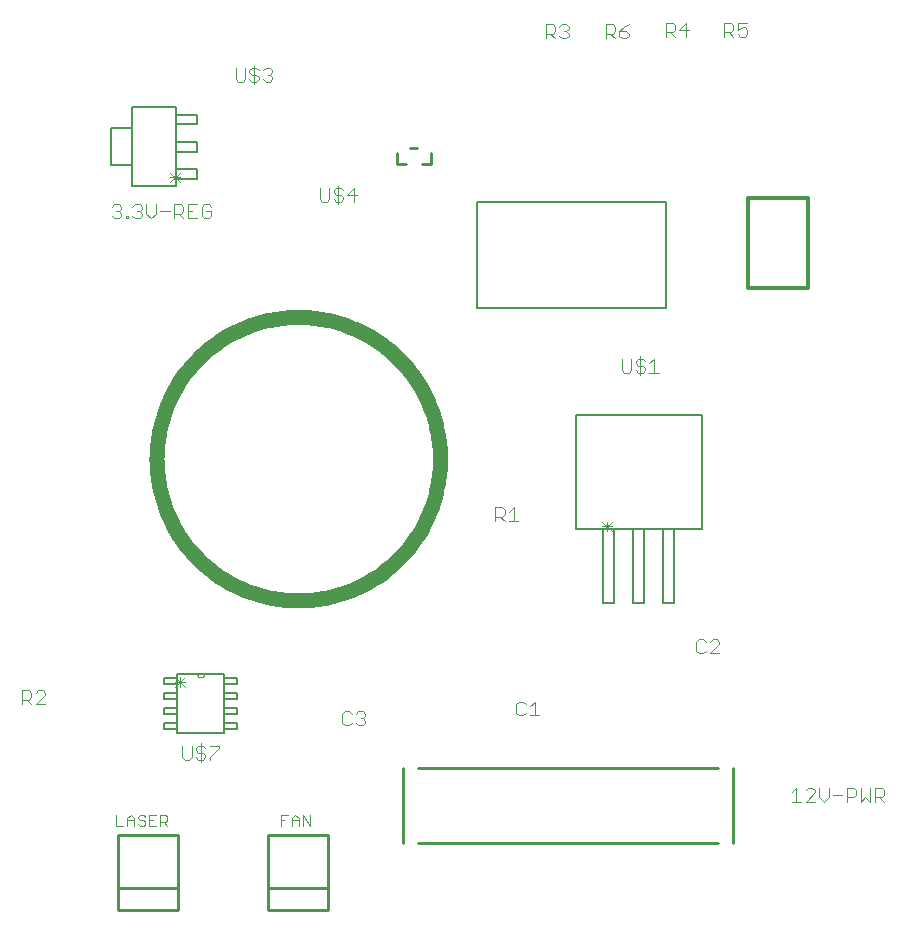
<source format=gto>
G75*
%MOIN*%
%OFA0B0*%
%FSLAX25Y25*%
%IPPOS*%
%LPD*%
%AMOC8*
5,1,8,0,0,1.08239X$1,22.5*
%
%ADD10C,0.00400*%
%ADD11C,0.01000*%
%ADD12C,0.00600*%
%ADD13C,0.00300*%
%ADD14C,0.05000*%
%ADD15C,0.00000*%
%ADD16C,0.01181*%
%ADD17C,0.00500*%
D10*
X0043084Y0031500D02*
X0045486Y0031500D01*
X0046767Y0031500D02*
X0046767Y0033902D01*
X0047968Y0035103D01*
X0049169Y0033902D01*
X0049169Y0031500D01*
X0050451Y0032101D02*
X0051051Y0031500D01*
X0052252Y0031500D01*
X0052853Y0032101D01*
X0052853Y0032701D01*
X0052252Y0033302D01*
X0051051Y0033302D01*
X0050451Y0033902D01*
X0050451Y0034503D01*
X0051051Y0035103D01*
X0052252Y0035103D01*
X0052853Y0034503D01*
X0054134Y0035103D02*
X0054134Y0031500D01*
X0056536Y0031500D01*
X0057817Y0031500D02*
X0057817Y0035103D01*
X0059618Y0035103D01*
X0060219Y0034503D01*
X0060219Y0033302D01*
X0059618Y0032701D01*
X0057817Y0032701D01*
X0059018Y0032701D02*
X0060219Y0031500D01*
X0056536Y0035103D02*
X0054134Y0035103D01*
X0054134Y0033302D02*
X0055335Y0033302D01*
X0049169Y0033302D02*
X0046767Y0033302D01*
X0043084Y0035103D02*
X0043084Y0031500D01*
X0019465Y0072000D02*
X0016396Y0072000D01*
X0019465Y0075069D01*
X0019465Y0075837D01*
X0018698Y0076604D01*
X0017163Y0076604D01*
X0016396Y0075837D01*
X0014861Y0075837D02*
X0014861Y0074302D01*
X0014094Y0073535D01*
X0011792Y0073535D01*
X0013327Y0073535D02*
X0014861Y0072000D01*
X0011792Y0072000D02*
X0011792Y0076604D01*
X0014094Y0076604D01*
X0014861Y0075837D01*
X0097951Y0035103D02*
X0097951Y0031500D01*
X0097951Y0033302D02*
X0099152Y0033302D01*
X0097951Y0035103D02*
X0100353Y0035103D01*
X0101634Y0033902D02*
X0101634Y0031500D01*
X0101634Y0033302D02*
X0104036Y0033302D01*
X0104036Y0033902D02*
X0104036Y0031500D01*
X0105317Y0031500D02*
X0105317Y0035103D01*
X0107719Y0031500D01*
X0107719Y0035103D01*
X0104036Y0033902D02*
X0102835Y0035103D01*
X0101634Y0033902D01*
X0119267Y0065000D02*
X0120802Y0065000D01*
X0121569Y0065767D01*
X0123104Y0065767D02*
X0123871Y0065000D01*
X0125406Y0065000D01*
X0126173Y0065767D01*
X0126173Y0066535D01*
X0125406Y0067302D01*
X0124639Y0067302D01*
X0125406Y0067302D02*
X0126173Y0068069D01*
X0126173Y0068837D01*
X0125406Y0069604D01*
X0123871Y0069604D01*
X0123104Y0068837D01*
X0121569Y0068837D02*
X0120802Y0069604D01*
X0119267Y0069604D01*
X0118500Y0068837D01*
X0118500Y0065767D01*
X0119267Y0065000D01*
X0176500Y0069017D02*
X0177267Y0068250D01*
X0178802Y0068250D01*
X0179569Y0069017D01*
X0181104Y0068250D02*
X0184173Y0068250D01*
X0182639Y0068250D02*
X0182639Y0072854D01*
X0181104Y0071319D01*
X0179569Y0072087D02*
X0178802Y0072854D01*
X0177267Y0072854D01*
X0176500Y0072087D01*
X0176500Y0069017D01*
X0236542Y0089767D02*
X0237309Y0089000D01*
X0238844Y0089000D01*
X0239611Y0089767D01*
X0241146Y0089000D02*
X0244215Y0092069D01*
X0244215Y0092837D01*
X0243448Y0093604D01*
X0241913Y0093604D01*
X0241146Y0092837D01*
X0239611Y0092837D02*
X0238844Y0093604D01*
X0237309Y0093604D01*
X0236542Y0092837D01*
X0236542Y0089767D01*
X0241146Y0089000D02*
X0244215Y0089000D01*
X0269850Y0044100D02*
X0269850Y0039496D01*
X0271384Y0039496D02*
X0268315Y0039496D01*
X0268315Y0042565D02*
X0269850Y0044100D01*
X0272919Y0043333D02*
X0273686Y0044100D01*
X0275221Y0044100D01*
X0275988Y0043333D01*
X0275988Y0042565D01*
X0272919Y0039496D01*
X0275988Y0039496D01*
X0277523Y0041031D02*
X0279057Y0039496D01*
X0280592Y0041031D01*
X0280592Y0044100D01*
X0282127Y0041798D02*
X0285196Y0041798D01*
X0286731Y0041031D02*
X0289033Y0041031D01*
X0289800Y0041798D01*
X0289800Y0043333D01*
X0289033Y0044100D01*
X0286731Y0044100D01*
X0286731Y0039496D01*
X0291335Y0039496D02*
X0292869Y0041031D01*
X0294404Y0039496D01*
X0294404Y0044100D01*
X0295939Y0044100D02*
X0298240Y0044100D01*
X0299008Y0043333D01*
X0299008Y0041798D01*
X0298240Y0041031D01*
X0295939Y0041031D01*
X0297473Y0041031D02*
X0299008Y0039496D01*
X0295939Y0039496D02*
X0295939Y0044100D01*
X0291335Y0044100D02*
X0291335Y0039496D01*
X0277523Y0041031D02*
X0277523Y0044100D01*
X0177173Y0133000D02*
X0174104Y0133000D01*
X0175639Y0133000D02*
X0175639Y0137604D01*
X0174104Y0136069D01*
X0172569Y0135302D02*
X0172569Y0136837D01*
X0171802Y0137604D01*
X0169500Y0137604D01*
X0169500Y0133000D01*
X0169500Y0134535D02*
X0171802Y0134535D01*
X0172569Y0135302D01*
X0171035Y0134535D02*
X0172569Y0133000D01*
X0122510Y0239500D02*
X0122510Y0244104D01*
X0120208Y0241802D01*
X0123277Y0241802D01*
X0118673Y0241035D02*
X0117906Y0241802D01*
X0116371Y0241802D01*
X0115604Y0242569D01*
X0115604Y0243337D01*
X0116371Y0244104D01*
X0117906Y0244104D01*
X0118673Y0243337D01*
X0117139Y0244871D02*
X0117139Y0238733D01*
X0117906Y0239500D02*
X0118673Y0240267D01*
X0118673Y0241035D01*
X0117906Y0239500D02*
X0116371Y0239500D01*
X0115604Y0240267D01*
X0114069Y0240267D02*
X0114069Y0244104D01*
X0111000Y0244104D02*
X0111000Y0240267D01*
X0111767Y0239500D01*
X0113302Y0239500D01*
X0114069Y0240267D01*
X0094448Y0279500D02*
X0092913Y0279500D01*
X0092146Y0280267D01*
X0090611Y0280267D02*
X0090611Y0281035D01*
X0089844Y0281802D01*
X0088309Y0281802D01*
X0087542Y0282569D01*
X0087542Y0283337D01*
X0088309Y0284104D01*
X0089844Y0284104D01*
X0090611Y0283337D01*
X0092146Y0283337D02*
X0092913Y0284104D01*
X0094448Y0284104D01*
X0095215Y0283337D01*
X0095215Y0282569D01*
X0094448Y0281802D01*
X0095215Y0281035D01*
X0095215Y0280267D01*
X0094448Y0279500D01*
X0094448Y0281802D02*
X0093681Y0281802D01*
X0090611Y0280267D02*
X0089844Y0279500D01*
X0088309Y0279500D01*
X0087542Y0280267D01*
X0086007Y0280267D02*
X0085240Y0279500D01*
X0083706Y0279500D01*
X0082938Y0280267D01*
X0082938Y0284104D01*
X0086007Y0284104D02*
X0086007Y0280267D01*
X0089077Y0278733D02*
X0089077Y0284871D01*
X0186292Y0294000D02*
X0186292Y0298604D01*
X0188594Y0298604D01*
X0189361Y0297837D01*
X0189361Y0296302D01*
X0188594Y0295535D01*
X0186292Y0295535D01*
X0187827Y0295535D02*
X0189361Y0294000D01*
X0190896Y0294767D02*
X0191663Y0294000D01*
X0193198Y0294000D01*
X0193965Y0294767D01*
X0193965Y0295535D01*
X0193198Y0296302D01*
X0192431Y0296302D01*
X0193198Y0296302D02*
X0193965Y0297069D01*
X0193965Y0297837D01*
X0193198Y0298604D01*
X0191663Y0298604D01*
X0190896Y0297837D01*
X0206292Y0298604D02*
X0206292Y0294000D01*
X0206292Y0295535D02*
X0208594Y0295535D01*
X0209361Y0296302D01*
X0209361Y0297837D01*
X0208594Y0298604D01*
X0206292Y0298604D01*
X0207827Y0295535D02*
X0209361Y0294000D01*
X0210896Y0294767D02*
X0211663Y0294000D01*
X0213198Y0294000D01*
X0213965Y0294767D01*
X0213965Y0295535D01*
X0213198Y0296302D01*
X0210896Y0296302D01*
X0210896Y0294767D01*
X0210896Y0296302D02*
X0212431Y0297837D01*
X0213965Y0298604D01*
X0226292Y0299104D02*
X0226292Y0294500D01*
X0226292Y0296035D02*
X0228594Y0296035D01*
X0229361Y0296802D01*
X0229361Y0298337D01*
X0228594Y0299104D01*
X0226292Y0299104D01*
X0227827Y0296035D02*
X0229361Y0294500D01*
X0230896Y0296802D02*
X0233965Y0296802D01*
X0233198Y0294500D02*
X0233198Y0299104D01*
X0230896Y0296802D01*
X0245792Y0296035D02*
X0248094Y0296035D01*
X0248861Y0296802D01*
X0248861Y0298337D01*
X0248094Y0299104D01*
X0245792Y0299104D01*
X0245792Y0294500D01*
X0247327Y0296035D02*
X0248861Y0294500D01*
X0250396Y0295267D02*
X0251163Y0294500D01*
X0252698Y0294500D01*
X0253465Y0295267D01*
X0253465Y0296802D01*
X0252698Y0297569D01*
X0251931Y0297569D01*
X0250396Y0296802D01*
X0250396Y0299104D01*
X0253465Y0299104D01*
D11*
X0043800Y0010800D02*
X0043800Y0003300D01*
X0063800Y0003300D01*
X0063800Y0010800D01*
X0043800Y0010800D01*
X0043800Y0028300D01*
X0063800Y0028300D01*
X0063800Y0010800D01*
X0093800Y0010800D02*
X0093800Y0003300D01*
X0113800Y0003300D01*
X0113800Y0010800D01*
X0093800Y0010800D01*
X0093800Y0028300D01*
X0113800Y0028300D01*
X0113800Y0010800D01*
X0138800Y0025800D02*
X0138800Y0050800D01*
X0143800Y0050800D02*
X0243800Y0050800D01*
X0248800Y0050800D02*
X0248800Y0025800D01*
X0243800Y0025800D02*
X0143800Y0025800D01*
X0144900Y0252200D02*
X0147900Y0252200D01*
X0147900Y0255800D01*
X0143500Y0257400D02*
X0141100Y0257400D01*
X0136700Y0255800D02*
X0136700Y0252200D01*
X0139700Y0252200D01*
D12*
X0070200Y0250300D02*
X0070200Y0247200D01*
X0063100Y0247200D01*
X0063100Y0250300D01*
X0070200Y0250300D01*
X0070200Y0256200D02*
X0063100Y0256200D01*
X0063100Y0259300D01*
X0070200Y0259300D01*
X0070200Y0256200D01*
X0070200Y0265300D02*
X0063100Y0265300D01*
X0063100Y0268400D01*
X0070200Y0268400D01*
X0070200Y0265300D01*
X0063100Y0271000D02*
X0063100Y0244600D01*
X0048500Y0244600D01*
X0048500Y0271000D01*
X0063100Y0271000D01*
X0048500Y0263900D02*
X0041400Y0263900D01*
X0041400Y0251700D01*
X0048500Y0251700D01*
X0048500Y0263900D01*
X0196300Y0168300D02*
X0196300Y0130300D01*
X0238300Y0130300D01*
X0238300Y0168300D01*
X0196300Y0168300D01*
X0205500Y0130300D02*
X0205500Y0105700D01*
X0209100Y0105700D01*
X0209100Y0130300D01*
X0205500Y0130300D01*
X0215500Y0130300D02*
X0215500Y0105700D01*
X0219100Y0105700D01*
X0219100Y0130300D01*
X0215500Y0130300D01*
X0225500Y0130300D02*
X0225500Y0105700D01*
X0229100Y0105700D01*
X0229100Y0130300D01*
X0225500Y0130300D01*
X0083500Y0080800D02*
X0083500Y0078800D01*
X0079100Y0078800D01*
X0079100Y0080800D01*
X0083500Y0080800D01*
X0079100Y0082100D02*
X0070100Y0082100D01*
X0063500Y0082100D01*
X0063500Y0062500D01*
X0079100Y0062500D01*
X0079100Y0082100D01*
X0079100Y0075800D02*
X0083500Y0075800D01*
X0083500Y0073800D01*
X0079100Y0073800D01*
X0079100Y0075800D01*
X0079100Y0070800D02*
X0083500Y0070800D01*
X0083500Y0068800D01*
X0079100Y0068800D01*
X0079100Y0070800D01*
X0079100Y0065800D02*
X0083500Y0065800D01*
X0083500Y0063800D01*
X0079100Y0063800D01*
X0079100Y0065800D01*
X0063500Y0065800D02*
X0063500Y0063800D01*
X0059100Y0063800D01*
X0059100Y0065800D01*
X0063500Y0065800D01*
X0063500Y0068800D02*
X0059100Y0068800D01*
X0059100Y0070800D01*
X0063500Y0070800D01*
X0063500Y0068800D01*
X0063500Y0073800D02*
X0059100Y0073800D01*
X0059100Y0075800D01*
X0063500Y0075800D01*
X0063500Y0073800D01*
X0063500Y0078800D02*
X0059100Y0078800D01*
X0059100Y0080800D01*
X0063500Y0080800D01*
X0063500Y0078800D01*
D13*
X0062850Y0079402D02*
X0065986Y0079402D01*
X0065986Y0080970D02*
X0062850Y0077834D01*
X0064418Y0077834D02*
X0064418Y0080970D01*
X0062850Y0080970D02*
X0065986Y0077834D01*
X0071322Y0058938D02*
X0071322Y0052666D01*
X0072106Y0053450D02*
X0072890Y0054234D01*
X0072890Y0055018D01*
X0072106Y0055802D01*
X0070538Y0055802D01*
X0069754Y0056586D01*
X0069754Y0057370D01*
X0070538Y0058154D01*
X0072106Y0058154D01*
X0072890Y0057370D01*
X0074358Y0058154D02*
X0077494Y0058154D01*
X0077494Y0057370D01*
X0074358Y0054234D01*
X0074358Y0053450D01*
X0072106Y0053450D02*
X0070538Y0053450D01*
X0069754Y0054234D01*
X0068286Y0054234D02*
X0068286Y0058154D01*
X0065150Y0058154D02*
X0065150Y0054234D01*
X0065934Y0053450D01*
X0067502Y0053450D01*
X0068286Y0054234D01*
X0205150Y0129734D02*
X0208286Y0132870D01*
X0206718Y0132870D02*
X0206718Y0129734D01*
X0208286Y0129734D02*
X0205150Y0132870D01*
X0205150Y0131302D02*
X0208286Y0131302D01*
X0217822Y0181666D02*
X0217822Y0187938D01*
X0217038Y0187154D02*
X0218606Y0187154D01*
X0219390Y0186370D01*
X0220858Y0185586D02*
X0222426Y0187154D01*
X0222426Y0182450D01*
X0220858Y0182450D02*
X0223994Y0182450D01*
X0219390Y0183234D02*
X0219390Y0184018D01*
X0218606Y0184802D01*
X0217038Y0184802D01*
X0216254Y0185586D01*
X0216254Y0186370D01*
X0217038Y0187154D01*
X0214786Y0187154D02*
X0214786Y0183234D01*
X0214002Y0182450D01*
X0212434Y0182450D01*
X0211650Y0183234D01*
X0211650Y0187154D01*
X0216254Y0183234D02*
X0217038Y0182450D01*
X0218606Y0182450D01*
X0219390Y0183234D01*
X0074712Y0234734D02*
X0074712Y0236302D01*
X0073144Y0236302D01*
X0074712Y0237870D02*
X0073928Y0238654D01*
X0072359Y0238654D01*
X0071576Y0237870D01*
X0071576Y0234734D01*
X0072359Y0233950D01*
X0073928Y0233950D01*
X0074712Y0234734D01*
X0070108Y0233950D02*
X0066972Y0233950D01*
X0066972Y0238654D01*
X0070108Y0238654D01*
X0068540Y0236302D02*
X0066972Y0236302D01*
X0065504Y0236302D02*
X0064720Y0235518D01*
X0062368Y0235518D01*
X0063936Y0235518D02*
X0065504Y0233950D01*
X0065504Y0236302D02*
X0065504Y0237870D01*
X0064720Y0238654D01*
X0062368Y0238654D01*
X0062368Y0233950D01*
X0060900Y0236302D02*
X0057764Y0236302D01*
X0056296Y0235518D02*
X0056296Y0238654D01*
X0056296Y0235518D02*
X0054728Y0233950D01*
X0053160Y0235518D01*
X0053160Y0238654D01*
X0051692Y0237870D02*
X0051692Y0237086D01*
X0050908Y0236302D01*
X0051692Y0235518D01*
X0051692Y0234734D01*
X0050908Y0233950D01*
X0049340Y0233950D01*
X0048556Y0234734D01*
X0047038Y0234734D02*
X0047038Y0233950D01*
X0046254Y0233950D01*
X0046254Y0234734D01*
X0047038Y0234734D01*
X0044786Y0234734D02*
X0044002Y0233950D01*
X0042434Y0233950D01*
X0041650Y0234734D01*
X0043218Y0236302D02*
X0044002Y0236302D01*
X0044786Y0235518D01*
X0044786Y0234734D01*
X0044002Y0236302D02*
X0044786Y0237086D01*
X0044786Y0237870D01*
X0044002Y0238654D01*
X0042434Y0238654D01*
X0041650Y0237870D01*
X0048556Y0237870D02*
X0049340Y0238654D01*
X0050908Y0238654D01*
X0051692Y0237870D01*
X0050908Y0236302D02*
X0050124Y0236302D01*
X0061114Y0246030D02*
X0064250Y0249166D01*
X0062682Y0249166D02*
X0062682Y0246030D01*
X0064250Y0246030D02*
X0061114Y0249166D01*
X0061114Y0247598D02*
X0064250Y0247598D01*
D14*
X0056556Y0153800D02*
X0056570Y0154959D01*
X0056613Y0156118D01*
X0056684Y0157275D01*
X0056783Y0158431D01*
X0056911Y0159583D01*
X0057067Y0160732D01*
X0057252Y0161877D01*
X0057464Y0163017D01*
X0057704Y0164151D01*
X0057972Y0165279D01*
X0058267Y0166401D01*
X0058590Y0167514D01*
X0058940Y0168620D01*
X0059318Y0169716D01*
X0059722Y0170803D01*
X0060152Y0171879D01*
X0060609Y0172945D01*
X0061092Y0173999D01*
X0061601Y0175041D01*
X0062135Y0176071D01*
X0062694Y0177086D01*
X0063277Y0178088D01*
X0063886Y0179075D01*
X0064518Y0180047D01*
X0065174Y0181003D01*
X0065853Y0181943D01*
X0066555Y0182866D01*
X0067280Y0183771D01*
X0068026Y0184658D01*
X0068795Y0185527D01*
X0069584Y0186377D01*
X0070393Y0187207D01*
X0071223Y0188016D01*
X0072073Y0188805D01*
X0072942Y0189574D01*
X0073829Y0190320D01*
X0074734Y0191045D01*
X0075657Y0191747D01*
X0076597Y0192426D01*
X0077553Y0193082D01*
X0078525Y0193714D01*
X0079512Y0194323D01*
X0080514Y0194906D01*
X0081529Y0195465D01*
X0082559Y0195999D01*
X0083601Y0196508D01*
X0084655Y0196991D01*
X0085721Y0197448D01*
X0086797Y0197878D01*
X0087884Y0198282D01*
X0088980Y0198660D01*
X0090086Y0199010D01*
X0091199Y0199333D01*
X0092321Y0199628D01*
X0093449Y0199896D01*
X0094583Y0200136D01*
X0095723Y0200348D01*
X0096868Y0200533D01*
X0098017Y0200689D01*
X0099169Y0200817D01*
X0100325Y0200916D01*
X0101482Y0200987D01*
X0102641Y0201030D01*
X0103800Y0201044D01*
X0104959Y0201030D01*
X0106118Y0200987D01*
X0107275Y0200916D01*
X0108431Y0200817D01*
X0109583Y0200689D01*
X0110732Y0200533D01*
X0111877Y0200348D01*
X0113017Y0200136D01*
X0114151Y0199896D01*
X0115279Y0199628D01*
X0116401Y0199333D01*
X0117514Y0199010D01*
X0118620Y0198660D01*
X0119716Y0198282D01*
X0120803Y0197878D01*
X0121879Y0197448D01*
X0122945Y0196991D01*
X0123999Y0196508D01*
X0125041Y0195999D01*
X0126071Y0195465D01*
X0127086Y0194906D01*
X0128088Y0194323D01*
X0129075Y0193714D01*
X0130047Y0193082D01*
X0131003Y0192426D01*
X0131943Y0191747D01*
X0132866Y0191045D01*
X0133771Y0190320D01*
X0134658Y0189574D01*
X0135527Y0188805D01*
X0136377Y0188016D01*
X0137207Y0187207D01*
X0138016Y0186377D01*
X0138805Y0185527D01*
X0139574Y0184658D01*
X0140320Y0183771D01*
X0141045Y0182866D01*
X0141747Y0181943D01*
X0142426Y0181003D01*
X0143082Y0180047D01*
X0143714Y0179075D01*
X0144323Y0178088D01*
X0144906Y0177086D01*
X0145465Y0176071D01*
X0145999Y0175041D01*
X0146508Y0173999D01*
X0146991Y0172945D01*
X0147448Y0171879D01*
X0147878Y0170803D01*
X0148282Y0169716D01*
X0148660Y0168620D01*
X0149010Y0167514D01*
X0149333Y0166401D01*
X0149628Y0165279D01*
X0149896Y0164151D01*
X0150136Y0163017D01*
X0150348Y0161877D01*
X0150533Y0160732D01*
X0150689Y0159583D01*
X0150817Y0158431D01*
X0150916Y0157275D01*
X0150987Y0156118D01*
X0151030Y0154959D01*
X0151044Y0153800D01*
X0151030Y0152641D01*
X0150987Y0151482D01*
X0150916Y0150325D01*
X0150817Y0149169D01*
X0150689Y0148017D01*
X0150533Y0146868D01*
X0150348Y0145723D01*
X0150136Y0144583D01*
X0149896Y0143449D01*
X0149628Y0142321D01*
X0149333Y0141199D01*
X0149010Y0140086D01*
X0148660Y0138980D01*
X0148282Y0137884D01*
X0147878Y0136797D01*
X0147448Y0135721D01*
X0146991Y0134655D01*
X0146508Y0133601D01*
X0145999Y0132559D01*
X0145465Y0131529D01*
X0144906Y0130514D01*
X0144323Y0129512D01*
X0143714Y0128525D01*
X0143082Y0127553D01*
X0142426Y0126597D01*
X0141747Y0125657D01*
X0141045Y0124734D01*
X0140320Y0123829D01*
X0139574Y0122942D01*
X0138805Y0122073D01*
X0138016Y0121223D01*
X0137207Y0120393D01*
X0136377Y0119584D01*
X0135527Y0118795D01*
X0134658Y0118026D01*
X0133771Y0117280D01*
X0132866Y0116555D01*
X0131943Y0115853D01*
X0131003Y0115174D01*
X0130047Y0114518D01*
X0129075Y0113886D01*
X0128088Y0113277D01*
X0127086Y0112694D01*
X0126071Y0112135D01*
X0125041Y0111601D01*
X0123999Y0111092D01*
X0122945Y0110609D01*
X0121879Y0110152D01*
X0120803Y0109722D01*
X0119716Y0109318D01*
X0118620Y0108940D01*
X0117514Y0108590D01*
X0116401Y0108267D01*
X0115279Y0107972D01*
X0114151Y0107704D01*
X0113017Y0107464D01*
X0111877Y0107252D01*
X0110732Y0107067D01*
X0109583Y0106911D01*
X0108431Y0106783D01*
X0107275Y0106684D01*
X0106118Y0106613D01*
X0104959Y0106570D01*
X0103800Y0106556D01*
X0102641Y0106570D01*
X0101482Y0106613D01*
X0100325Y0106684D01*
X0099169Y0106783D01*
X0098017Y0106911D01*
X0096868Y0107067D01*
X0095723Y0107252D01*
X0094583Y0107464D01*
X0093449Y0107704D01*
X0092321Y0107972D01*
X0091199Y0108267D01*
X0090086Y0108590D01*
X0088980Y0108940D01*
X0087884Y0109318D01*
X0086797Y0109722D01*
X0085721Y0110152D01*
X0084655Y0110609D01*
X0083601Y0111092D01*
X0082559Y0111601D01*
X0081529Y0112135D01*
X0080514Y0112694D01*
X0079512Y0113277D01*
X0078525Y0113886D01*
X0077553Y0114518D01*
X0076597Y0115174D01*
X0075657Y0115853D01*
X0074734Y0116555D01*
X0073829Y0117280D01*
X0072942Y0118026D01*
X0072073Y0118795D01*
X0071223Y0119584D01*
X0070393Y0120393D01*
X0069584Y0121223D01*
X0068795Y0122073D01*
X0068026Y0122942D01*
X0067280Y0123829D01*
X0066555Y0124734D01*
X0065853Y0125657D01*
X0065174Y0126597D01*
X0064518Y0127553D01*
X0063886Y0128525D01*
X0063277Y0129512D01*
X0062694Y0130514D01*
X0062135Y0131529D01*
X0061601Y0132559D01*
X0061092Y0133601D01*
X0060609Y0134655D01*
X0060152Y0135721D01*
X0059722Y0136797D01*
X0059318Y0137884D01*
X0058940Y0138980D01*
X0058590Y0140086D01*
X0058267Y0141199D01*
X0057972Y0142321D01*
X0057704Y0143449D01*
X0057464Y0144583D01*
X0057252Y0145723D01*
X0057067Y0146868D01*
X0056911Y0148017D01*
X0056783Y0149169D01*
X0056684Y0150325D01*
X0056613Y0151482D01*
X0056570Y0152641D01*
X0056556Y0153800D01*
D15*
X0070100Y0082100D02*
X0070105Y0082032D01*
X0070114Y0081964D01*
X0070126Y0081896D01*
X0070143Y0081830D01*
X0070163Y0081764D01*
X0070187Y0081700D01*
X0070214Y0081637D01*
X0070245Y0081576D01*
X0070280Y0081516D01*
X0070318Y0081459D01*
X0070359Y0081404D01*
X0070403Y0081352D01*
X0070450Y0081302D01*
X0070500Y0081255D01*
X0070552Y0081210D01*
X0070607Y0081169D01*
X0070664Y0081131D01*
X0070723Y0081097D01*
X0070784Y0081065D01*
X0070847Y0081038D01*
X0070911Y0081014D01*
X0070977Y0080993D01*
X0071043Y0080977D01*
X0071111Y0080964D01*
X0071179Y0080955D01*
X0071247Y0080950D01*
X0071316Y0080949D01*
X0071384Y0080952D01*
X0071453Y0080959D01*
X0071520Y0080969D01*
X0071587Y0080984D01*
X0071653Y0081002D01*
X0071718Y0081024D01*
X0071782Y0081050D01*
X0071844Y0081079D01*
X0071904Y0081112D01*
X0071962Y0081148D01*
X0072019Y0081188D01*
X0072072Y0081230D01*
X0072124Y0081276D01*
X0072172Y0081324D01*
X0072218Y0081375D01*
X0072261Y0081429D01*
X0072300Y0081485D01*
X0072337Y0081543D01*
X0072369Y0081603D01*
X0072399Y0081665D01*
X0072425Y0081729D01*
X0072447Y0081794D01*
X0072465Y0081860D01*
X0072480Y0081927D01*
X0072491Y0081995D01*
X0072498Y0082063D01*
X0072501Y0082131D01*
X0072500Y0082200D01*
D16*
X0253800Y0210800D02*
X0273800Y0210800D01*
X0273800Y0240800D01*
X0253800Y0240800D01*
X0253800Y0210800D01*
D17*
X0226296Y0203926D02*
X0226296Y0239359D01*
X0163304Y0239359D01*
X0163304Y0203926D01*
X0226296Y0203926D01*
M02*

</source>
